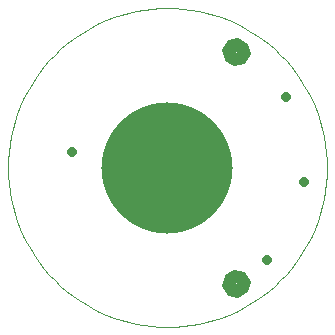
<source format=gbs>
G75*
G70*
%OFA0B0*%
%FSLAX24Y24*%
%IPPOS*%
%LPD*%
%AMOC8*
5,1,8,0,0,1.08239X$1,22.5*
%
%ADD10C,0.0004*%
%ADD11C,0.4371*%
%ADD12C,0.0180*%
%ADD13OC8,0.0317*%
D10*
X000111Y005426D02*
X000117Y005687D01*
X000137Y005947D01*
X000169Y006206D01*
X000213Y006463D01*
X000270Y006717D01*
X000340Y006969D01*
X000422Y007217D01*
X000516Y007460D01*
X000621Y007698D01*
X000739Y007931D01*
X000867Y008158D01*
X001007Y008379D01*
X001157Y008592D01*
X001317Y008798D01*
X001488Y008995D01*
X001668Y009184D01*
X001857Y009364D01*
X002054Y009535D01*
X002260Y009695D01*
X002473Y009845D01*
X002694Y009985D01*
X002921Y010113D01*
X003154Y010231D01*
X003392Y010336D01*
X003635Y010430D01*
X003883Y010512D01*
X004135Y010582D01*
X004389Y010639D01*
X004646Y010683D01*
X004905Y010715D01*
X005165Y010735D01*
X005426Y010741D01*
X005687Y010735D01*
X005947Y010715D01*
X006206Y010683D01*
X006463Y010639D01*
X006717Y010582D01*
X006969Y010512D01*
X007217Y010430D01*
X007460Y010336D01*
X007698Y010231D01*
X007931Y010113D01*
X008158Y009985D01*
X008379Y009845D01*
X008592Y009695D01*
X008798Y009535D01*
X008995Y009364D01*
X009184Y009184D01*
X009364Y008995D01*
X009535Y008798D01*
X009695Y008592D01*
X009845Y008379D01*
X009985Y008158D01*
X010113Y007931D01*
X010231Y007698D01*
X010336Y007460D01*
X010430Y007217D01*
X010512Y006969D01*
X010582Y006717D01*
X010639Y006463D01*
X010683Y006206D01*
X010715Y005947D01*
X010735Y005687D01*
X010741Y005426D01*
X010735Y005165D01*
X010715Y004905D01*
X010683Y004646D01*
X010639Y004389D01*
X010582Y004135D01*
X010512Y003883D01*
X010430Y003635D01*
X010336Y003392D01*
X010231Y003154D01*
X010113Y002921D01*
X009985Y002694D01*
X009845Y002473D01*
X009695Y002260D01*
X009535Y002054D01*
X009364Y001857D01*
X009184Y001668D01*
X008995Y001488D01*
X008798Y001317D01*
X008592Y001157D01*
X008379Y001007D01*
X008158Y000867D01*
X007931Y000739D01*
X007698Y000621D01*
X007460Y000516D01*
X007217Y000422D01*
X006969Y000340D01*
X006717Y000270D01*
X006463Y000213D01*
X006206Y000169D01*
X005947Y000137D01*
X005687Y000117D01*
X005426Y000111D01*
X005165Y000117D01*
X004905Y000137D01*
X004646Y000169D01*
X004389Y000213D01*
X004135Y000270D01*
X003883Y000340D01*
X003635Y000422D01*
X003392Y000516D01*
X003154Y000621D01*
X002921Y000739D01*
X002694Y000867D01*
X002473Y001007D01*
X002260Y001157D01*
X002054Y001317D01*
X001857Y001488D01*
X001668Y001668D01*
X001488Y001857D01*
X001317Y002054D01*
X001157Y002260D01*
X001007Y002473D01*
X000867Y002694D01*
X000739Y002921D01*
X000621Y003154D01*
X000516Y003392D01*
X000422Y003635D01*
X000340Y003883D01*
X000270Y004135D01*
X000213Y004389D01*
X000169Y004646D01*
X000137Y004905D01*
X000117Y005165D01*
X000111Y005426D01*
D11*
X005426Y005426D03*
D12*
X008005Y009324D02*
X008095Y009234D01*
X007946Y008975D01*
X007659Y008898D01*
X007400Y009047D01*
X007323Y009334D01*
X007472Y009593D01*
X007759Y009670D01*
X008018Y009521D01*
X008095Y009234D01*
X007950Y009253D01*
X007857Y009091D01*
X007678Y009043D01*
X007516Y009136D01*
X007468Y009315D01*
X007561Y009477D01*
X007740Y009525D01*
X007902Y009432D01*
X007950Y009253D01*
X007805Y009272D01*
X007768Y009207D01*
X007697Y009188D01*
X007632Y009225D01*
X007613Y009296D01*
X007650Y009361D01*
X007721Y009380D01*
X007786Y009343D01*
X007805Y009272D01*
X008005Y001528D02*
X008095Y001618D01*
X008018Y001331D01*
X007759Y001182D01*
X007472Y001259D01*
X007323Y001518D01*
X007400Y001805D01*
X007659Y001954D01*
X007946Y001877D01*
X008095Y001618D01*
X007950Y001599D01*
X007902Y001420D01*
X007740Y001327D01*
X007561Y001375D01*
X007468Y001537D01*
X007516Y001716D01*
X007678Y001809D01*
X007857Y001761D01*
X007950Y001599D01*
X007805Y001580D01*
X007786Y001509D01*
X007721Y001472D01*
X007650Y001491D01*
X007613Y001556D01*
X007632Y001627D01*
X007697Y001664D01*
X007768Y001645D01*
X007805Y001580D01*
D13*
X008728Y002339D03*
X006607Y003851D03*
X004048Y006410D03*
X002257Y005938D03*
X009363Y007788D03*
X009988Y004938D03*
M02*

</source>
